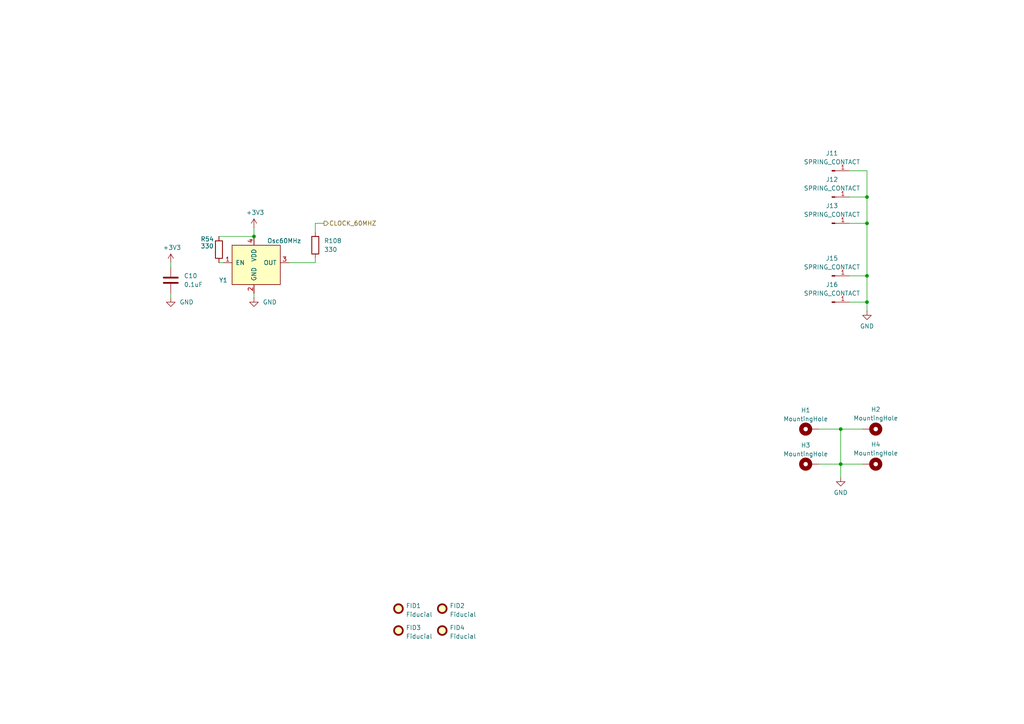
<source format=kicad_sch>
(kicad_sch
	(version 20231120)
	(generator "eeschema")
	(generator_version "8.0")
	(uuid "7de8e1ff-4a9a-4b69-9734-7392a37e630e")
	(paper "A4")
	(title_block
		(title "${TITLE}")
		(date "${DATE}")
		(rev "${VERSION}")
		(company "${COPYRIGHT}")
		(comment 1 "${LICENSE}")
	)
	(lib_symbols
		(symbol "Connector:Conn_01x01_Pin"
			(pin_names
				(offset 1.016) hide)
			(exclude_from_sim no)
			(in_bom yes)
			(on_board yes)
			(property "Reference" "J"
				(at 0 2.54 0)
				(effects
					(font
						(size 1.27 1.27)
					)
				)
			)
			(property "Value" "Conn_01x01_Pin"
				(at 0 -2.54 0)
				(effects
					(font
						(size 1.27 1.27)
					)
				)
			)
			(property "Footprint" ""
				(at 0 0 0)
				(effects
					(font
						(size 1.27 1.27)
					)
					(hide yes)
				)
			)
			(property "Datasheet" "~"
				(at 0 0 0)
				(effects
					(font
						(size 1.27 1.27)
					)
					(hide yes)
				)
			)
			(property "Description" "Generic connector, single row, 01x01, script generated"
				(at 0 0 0)
				(effects
					(font
						(size 1.27 1.27)
					)
					(hide yes)
				)
			)
			(property "ki_locked" ""
				(at 0 0 0)
				(effects
					(font
						(size 1.27 1.27)
					)
				)
			)
			(property "ki_keywords" "connector"
				(at 0 0 0)
				(effects
					(font
						(size 1.27 1.27)
					)
					(hide yes)
				)
			)
			(property "ki_fp_filters" "Connector*:*_1x??_*"
				(at 0 0 0)
				(effects
					(font
						(size 1.27 1.27)
					)
					(hide yes)
				)
			)
			(symbol "Conn_01x01_Pin_1_1"
				(polyline
					(pts
						(xy 1.27 0) (xy 0.8636 0)
					)
					(stroke
						(width 0.1524)
						(type default)
					)
					(fill
						(type none)
					)
				)
				(rectangle
					(start 0.8636 0.127)
					(end 0 -0.127)
					(stroke
						(width 0.1524)
						(type default)
					)
					(fill
						(type outline)
					)
				)
				(pin passive line
					(at 5.08 0 180)
					(length 3.81)
					(name "Pin_1"
						(effects
							(font
								(size 1.27 1.27)
							)
						)
					)
					(number "1"
						(effects
							(font
								(size 1.27 1.27)
							)
						)
					)
				)
			)
		)
		(symbol "Device:C"
			(pin_numbers hide)
			(pin_names
				(offset 0.254)
			)
			(exclude_from_sim no)
			(in_bom yes)
			(on_board yes)
			(property "Reference" "C"
				(at 0.635 2.54 0)
				(effects
					(font
						(size 1.27 1.27)
					)
					(justify left)
				)
			)
			(property "Value" "C"
				(at 0.635 -2.54 0)
				(effects
					(font
						(size 1.27 1.27)
					)
					(justify left)
				)
			)
			(property "Footprint" ""
				(at 0.9652 -3.81 0)
				(effects
					(font
						(size 1.27 1.27)
					)
					(hide yes)
				)
			)
			(property "Datasheet" "~"
				(at 0 0 0)
				(effects
					(font
						(size 1.27 1.27)
					)
					(hide yes)
				)
			)
			(property "Description" "Unpolarized capacitor"
				(at 0 0 0)
				(effects
					(font
						(size 1.27 1.27)
					)
					(hide yes)
				)
			)
			(property "ki_keywords" "cap capacitor"
				(at 0 0 0)
				(effects
					(font
						(size 1.27 1.27)
					)
					(hide yes)
				)
			)
			(property "ki_fp_filters" "C_*"
				(at 0 0 0)
				(effects
					(font
						(size 1.27 1.27)
					)
					(hide yes)
				)
			)
			(symbol "C_0_1"
				(polyline
					(pts
						(xy -2.032 -0.762) (xy 2.032 -0.762)
					)
					(stroke
						(width 0.508)
						(type default)
					)
					(fill
						(type none)
					)
				)
				(polyline
					(pts
						(xy -2.032 0.762) (xy 2.032 0.762)
					)
					(stroke
						(width 0.508)
						(type default)
					)
					(fill
						(type none)
					)
				)
			)
			(symbol "C_1_1"
				(pin passive line
					(at 0 3.81 270)
					(length 2.794)
					(name "~"
						(effects
							(font
								(size 1.27 1.27)
							)
						)
					)
					(number "1"
						(effects
							(font
								(size 1.27 1.27)
							)
						)
					)
				)
				(pin passive line
					(at 0 -3.81 90)
					(length 2.794)
					(name "~"
						(effects
							(font
								(size 1.27 1.27)
							)
						)
					)
					(number "2"
						(effects
							(font
								(size 1.27 1.27)
							)
						)
					)
				)
			)
		)
		(symbol "Device:R"
			(pin_numbers hide)
			(pin_names
				(offset 0)
			)
			(exclude_from_sim no)
			(in_bom yes)
			(on_board yes)
			(property "Reference" "R"
				(at 2.032 0 90)
				(effects
					(font
						(size 1.27 1.27)
					)
				)
			)
			(property "Value" "R"
				(at 0 0 90)
				(effects
					(font
						(size 1.27 1.27)
					)
				)
			)
			(property "Footprint" ""
				(at -1.778 0 90)
				(effects
					(font
						(size 1.27 1.27)
					)
					(hide yes)
				)
			)
			(property "Datasheet" "~"
				(at 0 0 0)
				(effects
					(font
						(size 1.27 1.27)
					)
					(hide yes)
				)
			)
			(property "Description" "Resistor"
				(at 0 0 0)
				(effects
					(font
						(size 1.27 1.27)
					)
					(hide yes)
				)
			)
			(property "ki_keywords" "R res resistor"
				(at 0 0 0)
				(effects
					(font
						(size 1.27 1.27)
					)
					(hide yes)
				)
			)
			(property "ki_fp_filters" "R_*"
				(at 0 0 0)
				(effects
					(font
						(size 1.27 1.27)
					)
					(hide yes)
				)
			)
			(symbol "R_0_1"
				(rectangle
					(start -1.016 -2.54)
					(end 1.016 2.54)
					(stroke
						(width 0.254)
						(type default)
					)
					(fill
						(type none)
					)
				)
			)
			(symbol "R_1_1"
				(pin passive line
					(at 0 3.81 270)
					(length 1.27)
					(name "~"
						(effects
							(font
								(size 1.27 1.27)
							)
						)
					)
					(number "1"
						(effects
							(font
								(size 1.27 1.27)
							)
						)
					)
				)
				(pin passive line
					(at 0 -3.81 90)
					(length 1.27)
					(name "~"
						(effects
							(font
								(size 1.27 1.27)
							)
						)
					)
					(number "2"
						(effects
							(font
								(size 1.27 1.27)
							)
						)
					)
				)
			)
		)
		(symbol "Mechanical:Fiducial"
			(exclude_from_sim yes)
			(in_bom no)
			(on_board yes)
			(property "Reference" "FID"
				(at 0 5.08 0)
				(effects
					(font
						(size 1.27 1.27)
					)
				)
			)
			(property "Value" "Fiducial"
				(at 0 3.175 0)
				(effects
					(font
						(size 1.27 1.27)
					)
				)
			)
			(property "Footprint" ""
				(at 0 0 0)
				(effects
					(font
						(size 1.27 1.27)
					)
					(hide yes)
				)
			)
			(property "Datasheet" "~"
				(at 0 0 0)
				(effects
					(font
						(size 1.27 1.27)
					)
					(hide yes)
				)
			)
			(property "Description" "Fiducial Marker"
				(at 0 0 0)
				(effects
					(font
						(size 1.27 1.27)
					)
					(hide yes)
				)
			)
			(property "ki_keywords" "fiducial marker"
				(at 0 0 0)
				(effects
					(font
						(size 1.27 1.27)
					)
					(hide yes)
				)
			)
			(property "ki_fp_filters" "Fiducial*"
				(at 0 0 0)
				(effects
					(font
						(size 1.27 1.27)
					)
					(hide yes)
				)
			)
			(symbol "Fiducial_0_1"
				(circle
					(center 0 0)
					(radius 1.27)
					(stroke
						(width 0.508)
						(type default)
					)
					(fill
						(type background)
					)
				)
			)
		)
		(symbol "Mechanical:MountingHole_Pad"
			(pin_numbers hide)
			(pin_names
				(offset 1.016) hide)
			(exclude_from_sim yes)
			(in_bom no)
			(on_board yes)
			(property "Reference" "H"
				(at 0 6.35 0)
				(effects
					(font
						(size 1.27 1.27)
					)
				)
			)
			(property "Value" "MountingHole_Pad"
				(at 0 4.445 0)
				(effects
					(font
						(size 1.27 1.27)
					)
				)
			)
			(property "Footprint" ""
				(at 0 0 0)
				(effects
					(font
						(size 1.27 1.27)
					)
					(hide yes)
				)
			)
			(property "Datasheet" "~"
				(at 0 0 0)
				(effects
					(font
						(size 1.27 1.27)
					)
					(hide yes)
				)
			)
			(property "Description" "Mounting Hole with connection"
				(at 0 0 0)
				(effects
					(font
						(size 1.27 1.27)
					)
					(hide yes)
				)
			)
			(property "ki_keywords" "mounting hole"
				(at 0 0 0)
				(effects
					(font
						(size 1.27 1.27)
					)
					(hide yes)
				)
			)
			(property "ki_fp_filters" "MountingHole*Pad*"
				(at 0 0 0)
				(effects
					(font
						(size 1.27 1.27)
					)
					(hide yes)
				)
			)
			(symbol "MountingHole_Pad_0_1"
				(circle
					(center 0 1.27)
					(radius 1.27)
					(stroke
						(width 1.27)
						(type default)
					)
					(fill
						(type none)
					)
				)
			)
			(symbol "MountingHole_Pad_1_1"
				(pin input line
					(at 0 -2.54 90)
					(length 2.54)
					(name "1"
						(effects
							(font
								(size 1.27 1.27)
							)
						)
					)
					(number "1"
						(effects
							(font
								(size 1.27 1.27)
							)
						)
					)
				)
			)
		)
		(symbol "power:+3V3"
			(power)
			(pin_numbers hide)
			(pin_names
				(offset 0) hide)
			(exclude_from_sim no)
			(in_bom yes)
			(on_board yes)
			(property "Reference" "#PWR"
				(at 0 -3.81 0)
				(effects
					(font
						(size 1.27 1.27)
					)
					(hide yes)
				)
			)
			(property "Value" "+3V3"
				(at 0 3.556 0)
				(effects
					(font
						(size 1.27 1.27)
					)
				)
			)
			(property "Footprint" ""
				(at 0 0 0)
				(effects
					(font
						(size 1.27 1.27)
					)
					(hide yes)
				)
			)
			(property "Datasheet" ""
				(at 0 0 0)
				(effects
					(font
						(size 1.27 1.27)
					)
					(hide yes)
				)
			)
			(property "Description" "Power symbol creates a global label with name \"+3V3\""
				(at 0 0 0)
				(effects
					(font
						(size 1.27 1.27)
					)
					(hide yes)
				)
			)
			(property "ki_keywords" "global power"
				(at 0 0 0)
				(effects
					(font
						(size 1.27 1.27)
					)
					(hide yes)
				)
			)
			(symbol "+3V3_0_1"
				(polyline
					(pts
						(xy -0.762 1.27) (xy 0 2.54)
					)
					(stroke
						(width 0)
						(type default)
					)
					(fill
						(type none)
					)
				)
				(polyline
					(pts
						(xy 0 0) (xy 0 2.54)
					)
					(stroke
						(width 0)
						(type default)
					)
					(fill
						(type none)
					)
				)
				(polyline
					(pts
						(xy 0 2.54) (xy 0.762 1.27)
					)
					(stroke
						(width 0)
						(type default)
					)
					(fill
						(type none)
					)
				)
			)
			(symbol "+3V3_1_1"
				(pin power_in line
					(at 0 0 90)
					(length 0)
					(name "~"
						(effects
							(font
								(size 1.27 1.27)
							)
						)
					)
					(number "1"
						(effects
							(font
								(size 1.27 1.27)
							)
						)
					)
				)
			)
		)
		(symbol "power:GND"
			(power)
			(pin_numbers hide)
			(pin_names
				(offset 0) hide)
			(exclude_from_sim no)
			(in_bom yes)
			(on_board yes)
			(property "Reference" "#PWR"
				(at 0 -6.35 0)
				(effects
					(font
						(size 1.27 1.27)
					)
					(hide yes)
				)
			)
			(property "Value" "GND"
				(at 0 -3.81 0)
				(effects
					(font
						(size 1.27 1.27)
					)
				)
			)
			(property "Footprint" ""
				(at 0 0 0)
				(effects
					(font
						(size 1.27 1.27)
					)
					(hide yes)
				)
			)
			(property "Datasheet" ""
				(at 0 0 0)
				(effects
					(font
						(size 1.27 1.27)
					)
					(hide yes)
				)
			)
			(property "Description" "Power symbol creates a global label with name \"GND\" , ground"
				(at 0 0 0)
				(effects
					(font
						(size 1.27 1.27)
					)
					(hide yes)
				)
			)
			(property "ki_keywords" "global power"
				(at 0 0 0)
				(effects
					(font
						(size 1.27 1.27)
					)
					(hide yes)
				)
			)
			(symbol "GND_0_1"
				(polyline
					(pts
						(xy 0 0) (xy 0 -1.27) (xy 1.27 -1.27) (xy 0 -2.54) (xy -1.27 -1.27) (xy 0 -1.27)
					)
					(stroke
						(width 0)
						(type default)
					)
					(fill
						(type none)
					)
				)
			)
			(symbol "GND_1_1"
				(pin power_in line
					(at 0 0 270)
					(length 0)
					(name "~"
						(effects
							(font
								(size 1.27 1.27)
							)
						)
					)
					(number "1"
						(effects
							(font
								(size 1.27 1.27)
							)
						)
					)
				)
			)
		)
		(symbol "support_hardware:DSC60xx"
			(pin_names
				(offset 1.016)
			)
			(exclude_from_sim no)
			(in_bom yes)
			(on_board yes)
			(property "Reference" "Y"
				(at 0 1.27 0)
				(effects
					(font
						(size 1.27 1.27)
					)
				)
			)
			(property "Value" "DSC60xx"
				(at 12.7 1.27 0)
				(effects
					(font
						(size 1.27 1.27)
					)
				)
			)
			(property "Footprint" ""
				(at 0 0 0)
				(effects
					(font
						(size 1.27 1.27)
					)
					(hide yes)
				)
			)
			(property "Datasheet" ""
				(at 0 0 0)
				(effects
					(font
						(size 1.27 1.27)
					)
					(hide yes)
				)
			)
			(property "Description" ""
				(at 0 0 0)
				(effects
					(font
						(size 1.27 1.27)
					)
					(hide yes)
				)
			)
			(symbol "DSC60xx_0_1"
				(rectangle
					(start 0 0)
					(end 13.97 -11.43)
					(stroke
						(width 0.2032)
						(type default)
					)
					(fill
						(type background)
					)
				)
			)
			(symbol "DSC60xx_1_1"
				(pin input line
					(at -2.54 -5.08 0)
					(length 2.54)
					(name "EN"
						(effects
							(font
								(size 1.27 1.27)
							)
						)
					)
					(number "1"
						(effects
							(font
								(size 1.27 1.27)
							)
						)
					)
				)
				(pin power_in line
					(at 6.35 -13.97 90)
					(length 2.54)
					(name "GND"
						(effects
							(font
								(size 1.27 1.27)
							)
						)
					)
					(number "2"
						(effects
							(font
								(size 1.27 1.27)
							)
						)
					)
				)
				(pin output line
					(at 16.51 -5.08 180)
					(length 2.54)
					(name "OUT"
						(effects
							(font
								(size 1.27 1.27)
							)
						)
					)
					(number "3"
						(effects
							(font
								(size 1.27 1.27)
							)
						)
					)
				)
				(pin power_in line
					(at 6.35 2.54 270)
					(length 2.54)
					(name "VDD"
						(effects
							(font
								(size 1.27 1.27)
							)
						)
					)
					(number "4"
						(effects
							(font
								(size 1.27 1.27)
							)
						)
					)
				)
			)
		)
	)
	(junction
		(at 243.84 124.46)
		(diameter 0)
		(color 0 0 0 0)
		(uuid "42d4b180-d34e-49bd-9bd3-26eced657edf")
	)
	(junction
		(at 251.46 80.01)
		(diameter 0)
		(color 0 0 0 0)
		(uuid "525fd9e8-e410-4b40-ad43-563eeb645aae")
	)
	(junction
		(at 73.66 68.58)
		(diameter 0)
		(color 0 0 0 0)
		(uuid "5e00d12a-c395-4b27-8690-7a4583b7ac10")
	)
	(junction
		(at 251.46 64.77)
		(diameter 0)
		(color 0 0 0 0)
		(uuid "7cfdc1d8-056c-410d-a203-9f77dd72bb74")
	)
	(junction
		(at 243.84 134.62)
		(diameter 0)
		(color 0 0 0 0)
		(uuid "dec58ae9-74a1-458e-927b-d1429ab2b713")
	)
	(junction
		(at 251.46 57.15)
		(diameter 0)
		(color 0 0 0 0)
		(uuid "e6530776-bde5-48da-943a-9ad13bc16a2f")
	)
	(junction
		(at 251.46 87.63)
		(diameter 0)
		(color 0 0 0 0)
		(uuid "f3cdd22f-051a-4476-bbc9-f433a4526a5d")
	)
	(wire
		(pts
			(xy 64.77 76.2) (xy 63.5 76.2)
		)
		(stroke
			(width 0)
			(type default)
		)
		(uuid "0325195b-15d0-4493-becf-4e9f1e0c63f6")
	)
	(wire
		(pts
			(xy 246.38 80.01) (xy 251.46 80.01)
		)
		(stroke
			(width 0)
			(type default)
		)
		(uuid "06d950c0-33dd-41a9-af67-73f610df0b61")
	)
	(wire
		(pts
			(xy 251.46 87.63) (xy 251.46 90.17)
		)
		(stroke
			(width 0)
			(type default)
		)
		(uuid "07a20958-0e41-459a-8cbb-4f5535e8bcc1")
	)
	(wire
		(pts
			(xy 93.98 64.77) (xy 91.44 64.77)
		)
		(stroke
			(width 0)
			(type default)
		)
		(uuid "19ca8114-184a-4b5a-a872-18a3171dc9b2")
	)
	(wire
		(pts
			(xy 246.38 64.77) (xy 251.46 64.77)
		)
		(stroke
			(width 0)
			(type default)
		)
		(uuid "47d03a33-1543-4a5f-97e0-e82910a6d349")
	)
	(wire
		(pts
			(xy 91.44 76.2) (xy 91.44 74.93)
		)
		(stroke
			(width 0)
			(type default)
		)
		(uuid "528c9f89-2cc5-4768-b96e-120718e50373")
	)
	(wire
		(pts
			(xy 243.84 134.62) (xy 237.49 134.62)
		)
		(stroke
			(width 0)
			(type default)
		)
		(uuid "593c7ca1-cba4-4c7e-bd96-43d3387a02d1")
	)
	(wire
		(pts
			(xy 243.84 138.43) (xy 243.84 134.62)
		)
		(stroke
			(width 0)
			(type default)
		)
		(uuid "5b6add30-e839-4984-9f02-17540d0fced9")
	)
	(wire
		(pts
			(xy 251.46 64.77) (xy 251.46 80.01)
		)
		(stroke
			(width 0)
			(type default)
		)
		(uuid "6c865dc8-ac2a-43ee-9153-5515fffd8a94")
	)
	(wire
		(pts
			(xy 246.38 49.53) (xy 251.46 49.53)
		)
		(stroke
			(width 0)
			(type default)
		)
		(uuid "7f499583-7d5a-4c6c-ab7b-7307df0ceeb5")
	)
	(wire
		(pts
			(xy 73.66 66.04) (xy 73.66 68.58)
		)
		(stroke
			(width 0)
			(type default)
		)
		(uuid "8153c83c-360b-46d9-a361-fe917da1940c")
	)
	(wire
		(pts
			(xy 49.53 85.09) (xy 49.53 86.36)
		)
		(stroke
			(width 0)
			(type default)
		)
		(uuid "8a168d0a-8eea-4b22-88b1-a7dc20b79131")
	)
	(wire
		(pts
			(xy 251.46 57.15) (xy 251.46 64.77)
		)
		(stroke
			(width 0)
			(type default)
		)
		(uuid "91c41a33-6db6-4c6a-a7b0-b28bf8218e07")
	)
	(wire
		(pts
			(xy 243.84 134.62) (xy 250.19 134.62)
		)
		(stroke
			(width 0)
			(type default)
		)
		(uuid "a3b99236-4c13-4807-89a2-661062a606a1")
	)
	(wire
		(pts
			(xy 246.38 87.63) (xy 251.46 87.63)
		)
		(stroke
			(width 0)
			(type default)
		)
		(uuid "a764451b-6d65-4490-940d-d0591686e6b3")
	)
	(wire
		(pts
			(xy 237.49 124.46) (xy 243.84 124.46)
		)
		(stroke
			(width 0)
			(type default)
		)
		(uuid "b347b72f-982c-4ccf-9a03-1195d35f8e77")
	)
	(wire
		(pts
			(xy 243.84 124.46) (xy 250.19 124.46)
		)
		(stroke
			(width 0)
			(type default)
		)
		(uuid "b55e5c46-b727-4cef-8549-0eddb35b3716")
	)
	(wire
		(pts
			(xy 91.44 64.77) (xy 91.44 67.31)
		)
		(stroke
			(width 0)
			(type default)
		)
		(uuid "bab43637-d1ba-4258-b216-bdd6b0dbb6e2")
	)
	(wire
		(pts
			(xy 63.5 68.58) (xy 73.66 68.58)
		)
		(stroke
			(width 0)
			(type default)
		)
		(uuid "c9a32ee3-e31c-4334-9b17-93692e54b7c7")
	)
	(wire
		(pts
			(xy 83.82 76.2) (xy 91.44 76.2)
		)
		(stroke
			(width 0)
			(type default)
		)
		(uuid "d995f0dc-ebe7-4428-a009-d556a433129a")
	)
	(wire
		(pts
			(xy 246.38 57.15) (xy 251.46 57.15)
		)
		(stroke
			(width 0)
			(type default)
		)
		(uuid "ddcd2604-0fca-4e60-946a-c1da10c59a7e")
	)
	(wire
		(pts
			(xy 49.53 76.2) (xy 49.53 77.47)
		)
		(stroke
			(width 0)
			(type default)
		)
		(uuid "e359a65d-de84-45f1-8ff8-8e2600da3861")
	)
	(wire
		(pts
			(xy 251.46 49.53) (xy 251.46 57.15)
		)
		(stroke
			(width 0)
			(type default)
		)
		(uuid "e36810c7-6132-48e5-ab1e-92c0564f46c9")
	)
	(wire
		(pts
			(xy 243.84 124.46) (xy 243.84 134.62)
		)
		(stroke
			(width 0)
			(type default)
		)
		(uuid "ed7c97c2-a95c-442f-a7e2-9a7caeb1e2eb")
	)
	(wire
		(pts
			(xy 251.46 80.01) (xy 251.46 87.63)
		)
		(stroke
			(width 0)
			(type default)
		)
		(uuid "f024de2c-880d-4e6b-9328-13f2b9875bc8")
	)
	(wire
		(pts
			(xy 73.66 86.36) (xy 73.66 85.09)
		)
		(stroke
			(width 0)
			(type default)
		)
		(uuid "f13d3976-33f2-47c9-91c5-3475641274c3")
	)
	(hierarchical_label "CLOCK_60MHZ"
		(shape output)
		(at 93.98 64.77 0)
		(fields_autoplaced yes)
		(effects
			(font
				(size 1.27 1.27)
			)
			(justify left)
		)
		(uuid "a940119a-ef22-45bd-bd79-22ab2753425f")
	)
	(symbol
		(lib_id "Device:C")
		(at 49.53 81.28 0)
		(unit 1)
		(exclude_from_sim no)
		(in_bom yes)
		(on_board yes)
		(dnp no)
		(fields_autoplaced yes)
		(uuid "11484d40-a666-4fda-92c4-eff44ec9b0fa")
		(property "Reference" "C10"
			(at 53.34 80.01 0)
			(effects
				(font
					(size 1.27 1.27)
				)
				(justify left)
			)
		)
		(property "Value" "0.1uF"
			(at 53.34 82.55 0)
			(effects
				(font
					(size 1.27 1.27)
				)
				(justify left)
			)
		)
		(property "Footprint" "Capacitor_SMD:C_0402_1005Metric"
			(at 50.4952 85.09 0)
			(effects
				(font
					(size 1.27 1.27)
				)
				(hide yes)
			)
		)
		(property "Datasheet" "~"
			(at 49.53 81.28 0)
			(effects
				(font
					(size 1.27 1.27)
				)
				(hide yes)
			)
		)
		(property "Description" "Unpolarized capacitor"
			(at 49.53 81.28 0)
			(effects
				(font
					(size 1.27 1.27)
				)
				(hide yes)
			)
		)
		(property "Part Number" "CL05A104KA5NNNC"
			(at 49.53 81.28 0)
			(effects
				(font
					(size 1.27 1.27)
				)
				(hide yes)
			)
		)
		(property "Substitution" "any equivalent"
			(at 49.53 81.28 0)
			(effects
				(font
					(size 1.27 1.27)
				)
				(hide yes)
			)
		)
		(property "Manufacturer" "Samsung"
			(at 49.53 81.28 0)
			(effects
				(font
					(size 1.27 1.27)
				)
				(hide yes)
			)
		)
		(pin "1"
			(uuid "b37c5c60-0e4b-46eb-abb6-90af6587675b")
		)
		(pin "2"
			(uuid "1ca4c0ee-b216-4dcb-b94e-0d3d20c13bfd")
		)
		(instances
			(project "cynthion"
				(path "/fb621148-8145-4217-9712-738e1b5a4823/07741d92-cb3b-401f-9c7e-29f688af7269"
					(reference "C10")
					(unit 1)
				)
			)
		)
	)
	(symbol
		(lib_id "Connector:Conn_01x01_Pin")
		(at 241.3 87.63 0)
		(unit 1)
		(exclude_from_sim no)
		(in_bom yes)
		(on_board yes)
		(dnp no)
		(uuid "1165bd27-5b3f-468e-bf8c-af1b1a346cad")
		(property "Reference" "J16"
			(at 241.3 82.55 0)
			(effects
				(font
					(size 1.27 1.27)
				)
			)
		)
		(property "Value" "SPRING_CONTACT"
			(at 241.3 85.0869 0)
			(effects
				(font
					(size 1.27 1.27)
				)
			)
		)
		(property "Footprint" "cynthion:BW0033AG-L3.4W0.9H1.8"
			(at 241.3 87.63 0)
			(effects
				(font
					(size 1.27 1.27)
				)
				(hide yes)
			)
		)
		(property "Datasheet" "~"
			(at 241.3 87.63 0)
			(effects
				(font
					(size 1.27 1.27)
				)
				(hide yes)
			)
		)
		(property "Description" "Generic connector, single row, 01x01, script generated"
			(at 241.3 87.63 0)
			(effects
				(font
					(size 1.27 1.27)
				)
				(hide yes)
			)
		)
		(property "Manufacturer" "BAT WIRELESS"
			(at 241.3 87.63 0)
			(effects
				(font
					(size 1.27 1.27)
				)
				(hide yes)
			)
		)
		(property "Note" "populate only when assembling for installation in enclosure"
			(at 241.3 87.63 0)
			(effects
				(font
					(size 1.27 1.27)
				)
				(hide yes)
			)
		)
		(property "Part Number" "BW0033AG-L3.4W0.9H1.8"
			(at 241.3 87.63 0)
			(effects
				(font
					(size 1.27 1.27)
				)
				(hide yes)
			)
		)
		(pin "1"
			(uuid "6be76de0-1074-4866-99f4-7d4602a54ade")
		)
		(instances
			(project "cynthion"
				(path "/fb621148-8145-4217-9712-738e1b5a4823/07741d92-cb3b-401f-9c7e-29f688af7269"
					(reference "J16")
					(unit 1)
				)
			)
		)
	)
	(symbol
		(lib_id "support_hardware:DSC60xx")
		(at 67.31 71.12 0)
		(unit 1)
		(exclude_from_sim no)
		(in_bom yes)
		(on_board yes)
		(dnp no)
		(uuid "12587808-2dd6-48a3-b7ab-864ff3544414")
		(property "Reference" "Y1"
			(at 63.5 81.28 0)
			(effects
				(font
					(size 1.27 1.27)
				)
				(justify left)
			)
		)
		(property "Value" "Osc60MHz"
			(at 77.47 69.85 0)
			(effects
				(font
					(size 1.27 1.27)
				)
				(justify left)
			)
		)
		(property "Footprint" "Crystal:Crystal_SMD_3225-4Pin_3.2x2.5mm"
			(at 67.31 71.12 0)
			(effects
				(font
					(size 1.27 1.27)
				)
				(hide yes)
			)
		)
		(property "Datasheet" "https://www.sitime.com/datasheet/SiT1602"
			(at 67.31 71.12 0)
			(effects
				(font
					(size 1.27 1.27)
				)
				(hide yes)
			)
		)
		(property "Description" "MEMS OSC XO 60.0000MHZ H/LV-CMOS"
			(at 67.31 71.12 0)
			(effects
				(font
					(size 1.27 1.27)
				)
				(hide yes)
			)
		)
		(property "Manufacturer" "SiTIME"
			(at 67.31 71.12 0)
			(effects
				(font
					(size 1.27 1.27)
				)
				(hide yes)
			)
		)
		(property "Part Number" "SIT1602BC-23-33E-60.000000E"
			(at 67.31 71.12 0)
			(effects
				(font
					(size 1.27 1.27)
				)
				(hide yes)
			)
		)
		(property "Substitution" "SIT1602B*-2*-33E-60.000000*, SIT1602B*-2*-33N-60.000000*"
			(at 67.31 71.12 0)
			(effects
				(font
					(size 1.27 1.27)
				)
				(hide yes)
			)
		)
		(pin "1"
			(uuid "e4d0bd6d-c0d9-4ff1-b8cd-0eb7a238d565")
		)
		(pin "2"
			(uuid "c7ca5fe8-36c6-4a85-a212-d5791774c543")
		)
		(pin "3"
			(uuid "00e60c30-4e86-4f65-b396-5737c9efd40a")
		)
		(pin "4"
			(uuid "0fbfa82c-1b01-4b2c-98d8-8e83d2128274")
		)
		(instances
			(project "cynthion"
				(path "/fb621148-8145-4217-9712-738e1b5a4823/07741d92-cb3b-401f-9c7e-29f688af7269"
					(reference "Y1")
					(unit 1)
				)
			)
		)
	)
	(symbol
		(lib_id "Mechanical:Fiducial")
		(at 128.27 176.53 0)
		(unit 1)
		(exclude_from_sim no)
		(in_bom no)
		(on_board yes)
		(dnp no)
		(fields_autoplaced yes)
		(uuid "28c2d26e-6cc6-4ee8-a92a-836c72ac5bac")
		(property "Reference" "FID2"
			(at 130.429 175.6953 0)
			(effects
				(font
					(size 1.27 1.27)
				)
				(justify left)
			)
		)
		(property "Value" "Fiducial"
			(at 130.429 178.2322 0)
			(effects
				(font
					(size 1.27 1.27)
				)
				(justify left)
			)
		)
		(property "Footprint" "Fiducial:Fiducial_0.5mm_Mask1mm"
			(at 128.27 176.53 0)
			(effects
				(font
					(size 1.27 1.27)
				)
				(hide yes)
			)
		)
		(property "Datasheet" "~"
			(at 128.27 176.53 0)
			(effects
				(font
					(size 1.27 1.27)
				)
				(hide yes)
			)
		)
		(property "Description" "Fiducial Marker"
			(at 128.27 176.53 0)
			(effects
				(font
					(size 1.27 1.27)
				)
				(hide yes)
			)
		)
		(instances
			(project "cynthion"
				(path "/fb621148-8145-4217-9712-738e1b5a4823/07741d92-cb3b-401f-9c7e-29f688af7269"
					(reference "FID2")
					(unit 1)
				)
			)
		)
	)
	(symbol
		(lib_id "Connector:Conn_01x01_Pin")
		(at 241.3 49.53 0)
		(unit 1)
		(exclude_from_sim no)
		(in_bom yes)
		(on_board yes)
		(dnp no)
		(uuid "2e6cfdac-bf25-40bd-a3c6-3258b27c3a03")
		(property "Reference" "J11"
			(at 241.3 44.45 0)
			(effects
				(font
					(size 1.27 1.27)
				)
			)
		)
		(property "Value" "SPRING_CONTACT"
			(at 241.3 46.9869 0)
			(effects
				(font
					(size 1.27 1.27)
				)
			)
		)
		(property "Footprint" "cynthion:BW0033AG-L3.4W0.9H1.8"
			(at 241.3 49.53 0)
			(effects
				(font
					(size 1.27 1.27)
				)
				(hide yes)
			)
		)
		(property "Datasheet" "~"
			(at 241.3 49.53 0)
			(effects
				(font
					(size 1.27 1.27)
				)
				(hide yes)
			)
		)
		(property "Description" "Generic connector, single row, 01x01, script generated"
			(at 241.3 49.53 0)
			(effects
				(font
					(size 1.27 1.27)
				)
				(hide yes)
			)
		)
		(property "Manufacturer" "BAT WIRELESS"
			(at 241.3 49.53 0)
			(effects
				(font
					(size 1.27 1.27)
				)
				(hide yes)
			)
		)
		(property "Note" "populate only when assembling for installation in enclosure"
			(at 241.3 49.53 0)
			(effects
				(font
					(size 1.27 1.27)
				)
				(hide yes)
			)
		)
		(property "Part Number" "BW0033AG-L3.4W0.9H1.8"
			(at 241.3 49.53 0)
			(effects
				(font
					(size 1.27 1.27)
				)
				(hide yes)
			)
		)
		(pin "1"
			(uuid "2f037150-942c-42d1-a429-563119545014")
		)
		(instances
			(project "cynthion"
				(path "/fb621148-8145-4217-9712-738e1b5a4823/07741d92-cb3b-401f-9c7e-29f688af7269"
					(reference "J11")
					(unit 1)
				)
			)
		)
	)
	(symbol
		(lib_id "Mechanical:MountingHole_Pad")
		(at 234.95 134.62 90)
		(unit 1)
		(exclude_from_sim no)
		(in_bom no)
		(on_board yes)
		(dnp no)
		(fields_autoplaced yes)
		(uuid "37386aa3-a3ed-4b1d-922e-c3a019713517")
		(property "Reference" "H3"
			(at 233.68 129.1422 90)
			(effects
				(font
					(size 1.27 1.27)
				)
			)
		)
		(property "Value" "MountingHole"
			(at 233.68 131.6791 90)
			(effects
				(font
					(size 1.27 1.27)
				)
			)
		)
		(property "Footprint" "MountingHole:MountingHole_2.2mm_M2_Pad_Via"
			(at 234.95 134.62 0)
			(effects
				(font
					(size 1.27 1.27)
				)
				(hide yes)
			)
		)
		(property "Datasheet" "~"
			(at 234.95 134.62 0)
			(effects
				(font
					(size 1.27 1.27)
				)
				(hide yes)
			)
		)
		(property "Description" "Mounting Hole with connection"
			(at 234.95 134.62 0)
			(effects
				(font
					(size 1.27 1.27)
				)
				(hide yes)
			)
		)
		(pin "1"
			(uuid "2f2a94a5-5a79-4a56-931b-5a5c61376e31")
		)
		(instances
			(project "cynthion"
				(path "/fb621148-8145-4217-9712-738e1b5a4823/07741d92-cb3b-401f-9c7e-29f688af7269"
					(reference "H3")
					(unit 1)
				)
			)
		)
	)
	(symbol
		(lib_id "power:+3V3")
		(at 73.66 66.04 0)
		(unit 1)
		(exclude_from_sim no)
		(in_bom yes)
		(on_board yes)
		(dnp no)
		(uuid "3e694455-2fae-41a7-9962-95162e11500f")
		(property "Reference" "#PWR011"
			(at 73.66 69.85 0)
			(effects
				(font
					(size 1.27 1.27)
				)
				(hide yes)
			)
		)
		(property "Value" "+3V3"
			(at 74.0156 61.6458 0)
			(effects
				(font
					(size 1.27 1.27)
				)
			)
		)
		(property "Footprint" ""
			(at 73.66 66.04 0)
			(effects
				(font
					(size 1.27 1.27)
				)
				(hide yes)
			)
		)
		(property "Datasheet" ""
			(at 73.66 66.04 0)
			(effects
				(font
					(size 1.27 1.27)
				)
				(hide yes)
			)
		)
		(property "Description" "Power symbol creates a global label with name \"+3V3\""
			(at 73.66 66.04 0)
			(effects
				(font
					(size 1.27 1.27)
				)
				(hide yes)
			)
		)
		(pin "1"
			(uuid "a31ed7cf-37ae-4b41-a9ad-24926d9167fc")
		)
		(instances
			(project "cynthion"
				(path "/fb621148-8145-4217-9712-738e1b5a4823/07741d92-cb3b-401f-9c7e-29f688af7269"
					(reference "#PWR011")
					(unit 1)
				)
			)
		)
	)
	(symbol
		(lib_id "Mechanical:Fiducial")
		(at 128.27 182.88 0)
		(unit 1)
		(exclude_from_sim no)
		(in_bom no)
		(on_board yes)
		(dnp no)
		(fields_autoplaced yes)
		(uuid "573d7a9c-b50c-4b53-9bd0-6a86b64cd9e0")
		(property "Reference" "FID4"
			(at 130.429 182.0453 0)
			(effects
				(font
					(size 1.27 1.27)
				)
				(justify left)
			)
		)
		(property "Value" "Fiducial"
			(at 130.429 184.5822 0)
			(effects
				(font
					(size 1.27 1.27)
				)
				(justify left)
			)
		)
		(property "Footprint" "Fiducial:Fiducial_0.5mm_Mask1mm"
			(at 128.27 182.88 0)
			(effects
				(font
					(size 1.27 1.27)
				)
				(hide yes)
			)
		)
		(property "Datasheet" "~"
			(at 128.27 182.88 0)
			(effects
				(font
					(size 1.27 1.27)
				)
				(hide yes)
			)
		)
		(property "Description" "Fiducial Marker"
			(at 128.27 182.88 0)
			(effects
				(font
					(size 1.27 1.27)
				)
				(hide yes)
			)
		)
		(instances
			(project "cynthion"
				(path "/fb621148-8145-4217-9712-738e1b5a4823/07741d92-cb3b-401f-9c7e-29f688af7269"
					(reference "FID4")
					(unit 1)
				)
			)
		)
	)
	(symbol
		(lib_id "power:GND")
		(at 243.84 138.43 0)
		(unit 1)
		(exclude_from_sim no)
		(in_bom yes)
		(on_board yes)
		(dnp no)
		(fields_autoplaced yes)
		(uuid "5a71f75a-af31-4133-a9f6-fc47e0eb7d0f")
		(property "Reference" "#PWR01"
			(at 243.84 144.78 0)
			(effects
				(font
					(size 1.27 1.27)
				)
				(hide yes)
			)
		)
		(property "Value" "GND"
			(at 243.84 142.8734 0)
			(effects
				(font
					(size 1.27 1.27)
				)
			)
		)
		(property "Footprint" ""
			(at 243.84 138.43 0)
			(effects
				(font
					(size 1.27 1.27)
				)
				(hide yes)
			)
		)
		(property "Datasheet" ""
			(at 243.84 138.43 0)
			(effects
				(font
					(size 1.27 1.27)
				)
				(hide yes)
			)
		)
		(property "Description" "Power symbol creates a global label with name \"GND\" , ground"
			(at 243.84 138.43 0)
			(effects
				(font
					(size 1.27 1.27)
				)
				(hide yes)
			)
		)
		(pin "1"
			(uuid "d101dc4d-4e74-466c-9be4-e3bf156e84d4")
		)
		(instances
			(project "cynthion"
				(path "/fb621148-8145-4217-9712-738e1b5a4823/07741d92-cb3b-401f-9c7e-29f688af7269"
					(reference "#PWR01")
					(unit 1)
				)
			)
		)
	)
	(symbol
		(lib_id "Device:R")
		(at 63.5 72.39 0)
		(unit 1)
		(exclude_from_sim no)
		(in_bom yes)
		(on_board yes)
		(dnp no)
		(uuid "765601d7-12ec-469e-8af1-4faacd1360c0")
		(property "Reference" "R54"
			(at 58.166 69.342 0)
			(effects
				(font
					(size 1.27 1.27)
				)
				(justify left)
			)
		)
		(property "Value" "330"
			(at 58.166 71.374 0)
			(effects
				(font
					(size 1.27 1.27)
				)
				(justify left)
			)
		)
		(property "Footprint" "Resistor_SMD:R_0402_1005Metric"
			(at 61.722 72.39 90)
			(effects
				(font
					(size 1.27 1.27)
				)
				(hide yes)
			)
		)
		(property "Datasheet" "~"
			(at 63.5 72.39 0)
			(effects
				(font
					(size 1.27 1.27)
				)
				(hide yes)
			)
		)
		(property "Description" "Resistor"
			(at 63.5 72.39 0)
			(effects
				(font
					(size 1.27 1.27)
				)
				(hide yes)
			)
		)
		(property "Part Number" "RC0402FR-13330RL"
			(at 63.5 72.39 0)
			(effects
				(font
					(size 1.27 1.27)
				)
				(hide yes)
			)
		)
		(property "Substitution" "any equivalent"
			(at 63.5 72.39 0)
			(effects
				(font
					(size 1.27 1.27)
				)
				(hide yes)
			)
		)
		(property "Manufacturer" "Yageo"
			(at 63.5 72.39 0)
			(effects
				(font
					(size 1.27 1.27)
				)
				(hide yes)
			)
		)
		(pin "1"
			(uuid "9b5cc588-1fd5-4b0a-8fa9-7af9d89142ad")
		)
		(pin "2"
			(uuid "28a850dc-17a2-4d94-a993-0e05986488c3")
		)
		(instances
			(project "cynthion"
				(path "/fb621148-8145-4217-9712-738e1b5a4823/07741d92-cb3b-401f-9c7e-29f688af7269"
					(reference "R54")
					(unit 1)
				)
			)
		)
	)
	(symbol
		(lib_id "Connector:Conn_01x01_Pin")
		(at 241.3 64.77 0)
		(unit 1)
		(exclude_from_sim no)
		(in_bom yes)
		(on_board yes)
		(dnp no)
		(uuid "7eef3fc7-3bc2-48ef-b9e9-01360ec6da1c")
		(property "Reference" "J13"
			(at 241.3 59.69 0)
			(effects
				(font
					(size 1.27 1.27)
				)
			)
		)
		(property "Value" "SPRING_CONTACT"
			(at 241.3 62.2269 0)
			(effects
				(font
					(size 1.27 1.27)
				)
			)
		)
		(property "Footprint" "cynthion:BW0033AG-L3.4W0.9H1.8"
			(at 241.3 64.77 0)
			(effects
				(font
					(size 1.27 1.27)
				)
				(hide yes)
			)
		)
		(property "Datasheet" "~"
			(at 241.3 64.77 0)
			(effects
				(font
					(size 1.27 1.27)
				)
				(hide yes)
			)
		)
		(property "Description" "Generic connector, single row, 01x01, script generated"
			(at 241.3 64.77 0)
			(effects
				(font
					(size 1.27 1.27)
				)
				(hide yes)
			)
		)
		(property "Manufacturer" "BAT WIRELESS"
			(at 241.3 64.77 0)
			(effects
				(font
					(size 1.27 1.27)
				)
				(hide yes)
			)
		)
		(property "Note" "populate only when assembling for installation in enclosure"
			(at 241.3 64.77 0)
			(effects
				(font
					(size 1.27 1.27)
				)
				(hide yes)
			)
		)
		(property "Part Number" "BW0033AG-L3.4W0.9H1.8"
			(at 241.3 64.77 0)
			(effects
				(font
					(size 1.27 1.27)
				)
				(hide yes)
			)
		)
		(pin "1"
			(uuid "9f73af51-71e7-40c5-937d-f5ac3cb33bc4")
		)
		(instances
			(project "cynthion"
				(path "/fb621148-8145-4217-9712-738e1b5a4823/07741d92-cb3b-401f-9c7e-29f688af7269"
					(reference "J13")
					(unit 1)
				)
			)
		)
	)
	(symbol
		(lib_id "Device:R")
		(at 91.44 71.12 0)
		(unit 1)
		(exclude_from_sim no)
		(in_bom yes)
		(on_board yes)
		(dnp no)
		(fields_autoplaced yes)
		(uuid "910fb7a9-38ac-454a-9dc0-01393534e5b5")
		(property "Reference" "R108"
			(at 93.98 69.85 0)
			(effects
				(font
					(size 1.27 1.27)
				)
				(justify left)
			)
		)
		(property "Value" "330"
			(at 93.98 72.39 0)
			(effects
				(font
					(size 1.27 1.27)
				)
				(justify left)
			)
		)
		(property "Footprint" "Resistor_SMD:R_0402_1005Metric"
			(at 89.662 71.12 90)
			(effects
				(font
					(size 1.27 1.27)
				)
				(hide yes)
			)
		)
		(property "Datasheet" "~"
			(at 91.44 71.12 0)
			(effects
				(font
					(size 1.27 1.27)
				)
				(hide yes)
			)
		)
		(property "Description" "Resistor"
			(at 91.44 71.12 0)
			(effects
				(font
					(size 1.27 1.27)
				)
				(hide yes)
			)
		)
		(property "Part Number" "RC0402FR-13330RL"
			(at 91.44 71.12 0)
			(effects
				(font
					(size 1.27 1.27)
				)
				(hide yes)
			)
		)
		(property "Substitution" "any equivalent"
			(at 91.44 71.12 0)
			(effects
				(font
					(size 1.27 1.27)
				)
				(hide yes)
			)
		)
		(property "Manufacturer" "Yageo"
			(at 91.44 71.12 0)
			(effects
				(font
					(size 1.27 1.27)
				)
				(hide yes)
			)
		)
		(pin "1"
			(uuid "e83756be-914a-437e-99a9-19a25141b1df")
		)
		(pin "2"
			(uuid "2da007bd-6e79-41ff-8315-905c4085b45a")
		)
		(instances
			(project "cynthion"
				(path "/fb621148-8145-4217-9712-738e1b5a4823/07741d92-cb3b-401f-9c7e-29f688af7269"
					(reference "R108")
					(unit 1)
				)
			)
		)
	)
	(symbol
		(lib_id "Mechanical:MountingHole_Pad")
		(at 252.73 124.46 270)
		(unit 1)
		(exclude_from_sim no)
		(in_bom no)
		(on_board yes)
		(dnp no)
		(uuid "98055676-ffea-4e97-b360-c4aa4e567ad9")
		(property "Reference" "H2"
			(at 254 118.7481 90)
			(effects
				(font
					(size 1.27 1.27)
				)
			)
		)
		(property "Value" "MountingHole"
			(at 254 121.285 90)
			(effects
				(font
					(size 1.27 1.27)
				)
			)
		)
		(property "Footprint" "MountingHole:MountingHole_2.2mm_M2_Pad_Via"
			(at 252.73 124.46 0)
			(effects
				(font
					(size 1.27 1.27)
				)
				(hide yes)
			)
		)
		(property "Datasheet" "~"
			(at 252.73 124.46 0)
			(effects
				(font
					(size 1.27 1.27)
				)
				(hide yes)
			)
		)
		(property "Description" "Mounting Hole with connection"
			(at 252.73 124.46 0)
			(effects
				(font
					(size 1.27 1.27)
				)
				(hide yes)
			)
		)
		(pin "1"
			(uuid "a0d1f757-368c-42ee-974d-09ab4efca109")
		)
		(instances
			(project "cynthion"
				(path "/fb621148-8145-4217-9712-738e1b5a4823/07741d92-cb3b-401f-9c7e-29f688af7269"
					(reference "H2")
					(unit 1)
				)
			)
		)
	)
	(symbol
		(lib_id "Connector:Conn_01x01_Pin")
		(at 241.3 80.01 0)
		(unit 1)
		(exclude_from_sim no)
		(in_bom yes)
		(on_board yes)
		(dnp no)
		(uuid "a70008ab-214e-4d8b-9ea4-b4808b0be2d5")
		(property "Reference" "J15"
			(at 241.3 74.93 0)
			(effects
				(font
					(size 1.27 1.27)
				)
			)
		)
		(property "Value" "SPRING_CONTACT"
			(at 241.3 77.4669 0)
			(effects
				(font
					(size 1.27 1.27)
				)
			)
		)
		(property "Footprint" "cynthion:BW0033AG-L3.4W0.9H1.8"
			(at 241.3 80.01 0)
			(effects
				(font
					(size 1.27 1.27)
				)
				(hide yes)
			)
		)
		(property "Datasheet" "~"
			(at 241.3 80.01 0)
			(effects
				(font
					(size 1.27 1.27)
				)
				(hide yes)
			)
		)
		(property "Description" "Generic connector, single row, 01x01, script generated"
			(at 241.3 80.01 0)
			(effects
				(font
					(size 1.27 1.27)
				)
				(hide yes)
			)
		)
		(property "Manufacturer" "BAT WIRELESS"
			(at 241.3 80.01 0)
			(effects
				(font
					(size 1.27 1.27)
				)
				(hide yes)
			)
		)
		(property "Note" "populate only when assembling for installation in enclosure"
			(at 241.3 80.01 0)
			(effects
				(font
					(size 1.27 1.27)
				)
				(hide yes)
			)
		)
		(property "Part Number" "BW0033AG-L3.4W0.9H1.8"
			(at 241.3 80.01 0)
			(effects
				(font
					(size 1.27 1.27)
				)
				(hide yes)
			)
		)
		(pin "1"
			(uuid "3cbe9ab4-a600-41ca-bd27-2a14d5f3896a")
		)
		(instances
			(project "cynthion"
				(path "/fb621148-8145-4217-9712-738e1b5a4823/07741d92-cb3b-401f-9c7e-29f688af7269"
					(reference "J15")
					(unit 1)
				)
			)
		)
	)
	(symbol
		(lib_id "power:GND")
		(at 73.66 86.36 0)
		(unit 1)
		(exclude_from_sim no)
		(in_bom yes)
		(on_board yes)
		(dnp no)
		(fields_autoplaced yes)
		(uuid "aa5b3ef7-0caa-484a-a40d-ea1b1b739849")
		(property "Reference" "#PWR086"
			(at 73.66 92.71 0)
			(effects
				(font
					(size 1.27 1.27)
				)
				(hide yes)
			)
		)
		(property "Value" "GND"
			(at 76.2 87.63 0)
			(effects
				(font
					(size 1.27 1.27)
				)
				(justify left)
			)
		)
		(property "Footprint" ""
			(at 73.66 86.36 0)
			(effects
				(font
					(size 1.27 1.27)
				)
				(hide yes)
			)
		)
		(property "Datasheet" ""
			(at 73.66 86.36 0)
			(effects
				(font
					(size 1.27 1.27)
				)
				(hide yes)
			)
		)
		(property "Description" "Power symbol creates a global label with name \"GND\" , ground"
			(at 73.66 86.36 0)
			(effects
				(font
					(size 1.27 1.27)
				)
				(hide yes)
			)
		)
		(pin "1"
			(uuid "9834379a-a86e-4fed-bcb5-3f54980e23bc")
		)
		(instances
			(project "cynthion"
				(path "/fb621148-8145-4217-9712-738e1b5a4823/07741d92-cb3b-401f-9c7e-29f688af7269"
					(reference "#PWR086")
					(unit 1)
				)
			)
		)
	)
	(symbol
		(lib_id "Mechanical:MountingHole_Pad")
		(at 234.95 124.46 90)
		(unit 1)
		(exclude_from_sim no)
		(in_bom no)
		(on_board yes)
		(dnp no)
		(fields_autoplaced yes)
		(uuid "aa710f2c-54cf-452a-9886-3f8f77e71d91")
		(property "Reference" "H1"
			(at 233.68 118.9822 90)
			(effects
				(font
					(size 1.27 1.27)
				)
			)
		)
		(property "Value" "MountingHole"
			(at 233.68 121.5191 90)
			(effects
				(font
					(size 1.27 1.27)
				)
			)
		)
		(property "Footprint" "MountingHole:MountingHole_2.2mm_M2_Pad_Via"
			(at 234.95 124.46 0)
			(effects
				(font
					(size 1.27 1.27)
				)
				(hide yes)
			)
		)
		(property "Datasheet" "~"
			(at 234.95 124.46 0)
			(effects
				(font
					(size 1.27 1.27)
				)
				(hide yes)
			)
		)
		(property "Description" "Mounting Hole with connection"
			(at 234.95 124.46 0)
			(effects
				(font
					(size 1.27 1.27)
				)
				(hide yes)
			)
		)
		(pin "1"
			(uuid "1d7d1b9f-cb0c-44e9-9c1e-7315e8f47750")
		)
		(instances
			(project "cynthion"
				(path "/fb621148-8145-4217-9712-738e1b5a4823/07741d92-cb3b-401f-9c7e-29f688af7269"
					(reference "H1")
					(unit 1)
				)
			)
		)
	)
	(symbol
		(lib_id "Mechanical:Fiducial")
		(at 115.57 176.53 0)
		(unit 1)
		(exclude_from_sim no)
		(in_bom no)
		(on_board yes)
		(dnp no)
		(fields_autoplaced yes)
		(uuid "b6aa9d2e-b2bd-4233-a2c0-23dccdd131f0")
		(property "Reference" "FID1"
			(at 117.729 175.6953 0)
			(effects
				(font
					(size 1.27 1.27)
				)
				(justify left)
			)
		)
		(property "Value" "Fiducial"
			(at 117.729 178.2322 0)
			(effects
				(font
					(size 1.27 1.27)
				)
				(justify left)
			)
		)
		(property "Footprint" "Fiducial:Fiducial_0.5mm_Mask1mm"
			(at 115.57 176.53 0)
			(effects
				(font
					(size 1.27 1.27)
				)
				(hide yes)
			)
		)
		(property "Datasheet" "~"
			(at 115.57 176.53 0)
			(effects
				(font
					(size 1.27 1.27)
				)
				(hide yes)
			)
		)
		(property "Description" "Fiducial Marker"
			(at 115.57 176.53 0)
			(effects
				(font
					(size 1.27 1.27)
				)
				(hide yes)
			)
		)
		(instances
			(project "cynthion"
				(path "/fb621148-8145-4217-9712-738e1b5a4823/07741d92-cb3b-401f-9c7e-29f688af7269"
					(reference "FID1")
					(unit 1)
				)
			)
		)
	)
	(symbol
		(lib_id "power:GND")
		(at 49.53 86.36 0)
		(unit 1)
		(exclude_from_sim no)
		(in_bom yes)
		(on_board yes)
		(dnp no)
		(fields_autoplaced yes)
		(uuid "c361f03e-4a2b-496a-bd31-cff8a1b2ac96")
		(property "Reference" "#PWR0174"
			(at 49.53 92.71 0)
			(effects
				(font
					(size 1.27 1.27)
				)
				(hide yes)
			)
		)
		(property "Value" "GND"
			(at 52.07 87.63 0)
			(effects
				(font
					(size 1.27 1.27)
				)
				(justify left)
			)
		)
		(property "Footprint" ""
			(at 49.53 86.36 0)
			(effects
				(font
					(size 1.27 1.27)
				)
				(hide yes)
			)
		)
		(property "Datasheet" ""
			(at 49.53 86.36 0)
			(effects
				(font
					(size 1.27 1.27)
				)
				(hide yes)
			)
		)
		(property "Description" "Power symbol creates a global label with name \"GND\" , ground"
			(at 49.53 86.36 0)
			(effects
				(font
					(size 1.27 1.27)
				)
				(hide yes)
			)
		)
		(pin "1"
			(uuid "343a378b-17dd-4508-ac71-650b7b54ef9f")
		)
		(instances
			(project "cynthion"
				(path "/fb621148-8145-4217-9712-738e1b5a4823/07741d92-cb3b-401f-9c7e-29f688af7269"
					(reference "#PWR0174")
					(unit 1)
				)
			)
		)
	)
	(symbol
		(lib_id "Connector:Conn_01x01_Pin")
		(at 241.3 57.15 0)
		(unit 1)
		(exclude_from_sim no)
		(in_bom yes)
		(on_board yes)
		(dnp no)
		(uuid "d34d865b-750d-464b-b9b7-d83edf769c44")
		(property "Reference" "J12"
			(at 241.3 52.07 0)
			(effects
				(font
					(size 1.27 1.27)
				)
			)
		)
		(property "Value" "SPRING_CONTACT"
			(at 241.3 54.6069 0)
			(effects
				(font
					(size 1.27 1.27)
				)
			)
		)
		(property "Footprint" "cynthion:BW0033AG-L3.4W0.9H1.8"
			(at 241.3 57.15 0)
			(effects
				(font
					(size 1.27 1.27)
				)
				(hide yes)
			)
		)
		(property "Datasheet" "~"
			(at 241.3 57.15 0)
			(effects
				(font
					(size 1.27 1.27)
				)
				(hide yes)
			)
		)
		(property "Description" "Generic connector, single row, 01x01, script generated"
			(at 241.3 57.15 0)
			(effects
				(font
					(size 1.27 1.27)
				)
				(hide yes)
			)
		)
		(property "Manufacturer" "BAT WIRELESS"
			(at 241.3 57.15 0)
			(effects
				(font
					(size 1.27 1.27)
				)
				(hide yes)
			)
		)
		(property "Note" "populate only when assembling for installation in enclosure"
			(at 241.3 57.15 0)
			(effects
				(font
					(size 1.27 1.27)
				)
				(hide yes)
			)
		)
		(property "Part Number" "BW0033AG-L3.4W0.9H1.8"
			(at 241.3 57.15 0)
			(effects
				(font
					(size 1.27 1.27)
				)
				(hide yes)
			)
		)
		(pin "1"
			(uuid "a1d3d5fa-5dc8-464b-be5e-5e5579b3665c")
		)
		(instances
			(project "cynthion"
				(path "/fb621148-8145-4217-9712-738e1b5a4823/07741d92-cb3b-401f-9c7e-29f688af7269"
					(reference "J12")
					(unit 1)
				)
			)
		)
	)
	(symbol
		(lib_id "power:GND")
		(at 251.46 90.17 0)
		(unit 1)
		(exclude_from_sim no)
		(in_bom yes)
		(on_board yes)
		(dnp no)
		(fields_autoplaced yes)
		(uuid "d6a6c6de-243b-49aa-b5c0-d1d79a137a61")
		(property "Reference" "#PWR0236"
			(at 251.46 96.52 0)
			(effects
				(font
					(size 1.27 1.27)
				)
				(hide yes)
			)
		)
		(property "Value" "GND"
			(at 251.46 94.6134 0)
			(effects
				(font
					(size 1.27 1.27)
				)
			)
		)
		(property "Footprint" ""
			(at 251.46 90.17 0)
			(effects
				(font
					(size 1.27 1.27)
				)
				(hide yes)
			)
		)
		(property "Datasheet" ""
			(at 251.46 90.17 0)
			(effects
				(font
					(size 1.27 1.27)
				)
				(hide yes)
			)
		)
		(property "Description" "Power symbol creates a global label with name \"GND\" , ground"
			(at 251.46 90.17 0)
			(effects
				(font
					(size 1.27 1.27)
				)
				(hide yes)
			)
		)
		(pin "1"
			(uuid "02d6b8cd-f92d-4562-931b-fb84f00f3461")
		)
		(instances
			(project "cynthion"
				(path "/fb621148-8145-4217-9712-738e1b5a4823/07741d92-cb3b-401f-9c7e-29f688af7269"
					(reference "#PWR0236")
					(unit 1)
				)
			)
		)
	)
	(symbol
		(lib_id "Mechanical:MountingHole_Pad")
		(at 252.73 134.62 270)
		(unit 1)
		(exclude_from_sim no)
		(in_bom no)
		(on_board yes)
		(dnp no)
		(uuid "f376b0eb-bc43-4e6f-84ad-81fe0444347e")
		(property "Reference" "H4"
			(at 254 128.9081 90)
			(effects
				(font
					(size 1.27 1.27)
				)
			)
		)
		(property "Value" "MountingHole"
			(at 254 131.445 90)
			(effects
				(font
					(size 1.27 1.27)
				)
			)
		)
		(property "Footprint" "MountingHole:MountingHole_2.2mm_M2_Pad_Via"
			(at 252.73 134.62 0)
			(effects
				(font
					(size 1.27 1.27)
				)
				(hide yes)
			)
		)
		(property "Datasheet" "~"
			(at 252.73 134.62 0)
			(effects
				(font
					(size 1.27 1.27)
				)
				(hide yes)
			)
		)
		(property "Description" "Mounting Hole with connection"
			(at 252.73 134.62 0)
			(effects
				(font
					(size 1.27 1.27)
				)
				(hide yes)
			)
		)
		(pin "1"
			(uuid "f04cc203-36d5-41a2-9f40-98b48860b791")
		)
		(instances
			(project "cynthion"
				(path "/fb621148-8145-4217-9712-738e1b5a4823/07741d92-cb3b-401f-9c7e-29f688af7269"
					(reference "H4")
					(unit 1)
				)
			)
		)
	)
	(symbol
		(lib_id "power:+3V3")
		(at 49.53 76.2 0)
		(unit 1)
		(exclude_from_sim no)
		(in_bom yes)
		(on_board yes)
		(dnp no)
		(uuid "ff30bdd3-aef7-43c9-a746-0a2821b4b336")
		(property "Reference" "#PWR018"
			(at 49.53 80.01 0)
			(effects
				(font
					(size 1.27 1.27)
				)
				(hide yes)
			)
		)
		(property "Value" "+3V3"
			(at 49.8856 71.8058 0)
			(effects
				(font
					(size 1.27 1.27)
				)
			)
		)
		(property "Footprint" ""
			(at 49.53 76.2 0)
			(effects
				(font
					(size 1.27 1.27)
				)
				(hide yes)
			)
		)
		(property "Datasheet" ""
			(at 49.53 76.2 0)
			(effects
				(font
					(size 1.27 1.27)
				)
				(hide yes)
			)
		)
		(property "Description" "Power symbol creates a global label with name \"+3V3\""
			(at 49.53 76.2 0)
			(effects
				(font
					(size 1.27 1.27)
				)
				(hide yes)
			)
		)
		(pin "1"
			(uuid "fda26f56-971c-4b9f-bf95-a1d80e2e1b56")
		)
		(instances
			(project "cynthion"
				(path "/fb621148-8145-4217-9712-738e1b5a4823/07741d92-cb3b-401f-9c7e-29f688af7269"
					(reference "#PWR018")
					(unit 1)
				)
			)
		)
	)
	(symbol
		(lib_id "Mechanical:Fiducial")
		(at 115.57 182.88 0)
		(unit 1)
		(exclude_from_sim no)
		(in_bom no)
		(on_board yes)
		(dnp no)
		(fields_autoplaced yes)
		(uuid "ff5cb443-1721-4657-a1c9-36d3418fb0d9")
		(property "Reference" "FID3"
			(at 117.729 182.0453 0)
			(effects
				(font
					(size 1.27 1.27)
				)
				(justify left)
			)
		)
		(property "Value" "Fiducial"
			(at 117.729 184.5822 0)
			(effects
				(font
					(size 1.27 1.27)
				)
				(justify left)
			)
		)
		(property "Footprint" "Fiducial:Fiducial_0.5mm_Mask1mm"
			(at 115.57 182.88 0)
			(effects
				(font
					(size 1.27 1.27)
				)
				(hide yes)
			)
		)
		(property "Datasheet" "~"
			(at 115.57 182.88 0)
			(effects
				(font
					(size 1.27 1.27)
				)
				(hide yes)
			)
		)
		(property "Description" "Fiducial Marker"
			(at 115.57 182.88 0)
			(effects
				(font
					(size 1.27 1.27)
				)
				(hide yes)
			)
		)
		(instances
			(project "cynthion"
				(path "/fb621148-8145-4217-9712-738e1b5a4823/07741d92-cb3b-401f-9c7e-29f688af7269"
					(reference "FID3")
					(unit 1)
				)
			)
		)
	)
)

</source>
